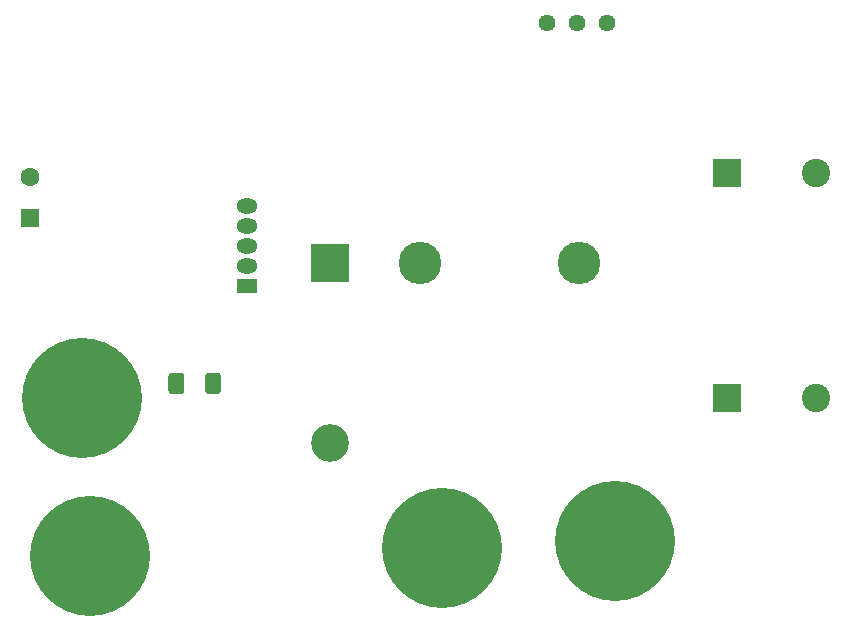
<source format=gbr>
%TF.GenerationSoftware,KiCad,Pcbnew,5.1.9*%
%TF.CreationDate,2021-02-16T23:46:53-03:00*%
%TF.ProjectId,positiva,706f7369-7469-4766-912e-6b696361645f,rev?*%
%TF.SameCoordinates,Original*%
%TF.FileFunction,Soldermask,Top*%
%TF.FilePolarity,Negative*%
%FSLAX46Y46*%
G04 Gerber Fmt 4.6, Leading zero omitted, Abs format (unit mm)*
G04 Created by KiCad (PCBNEW 5.1.9) date 2021-02-16 23:46:53*
%MOMM*%
%LPD*%
G01*
G04 APERTURE LIST*
%ADD10C,1.440000*%
%ADD11C,1.600000*%
%ADD12R,1.600000X1.600000*%
%ADD13O,1.800000X1.275000*%
%ADD14R,1.800000X1.275000*%
%ADD15C,3.600000*%
%ADD16C,10.160000*%
%ADD17O,3.200000X3.200000*%
%ADD18R,3.200000X3.200000*%
%ADD19C,2.400000*%
%ADD20R,2.400000X2.400000*%
G04 APERTURE END LIST*
%TO.C,C2*%
G36*
G01*
X135520000Y-139715001D02*
X135520000Y-138414999D01*
G75*
G02*
X135769999Y-138165000I249999J0D01*
G01*
X136595001Y-138165000D01*
G75*
G02*
X136845000Y-138414999I0J-249999D01*
G01*
X136845000Y-139715001D01*
G75*
G02*
X136595001Y-139965000I-249999J0D01*
G01*
X135769999Y-139965000D01*
G75*
G02*
X135520000Y-139715001I0J249999D01*
G01*
G37*
G36*
G01*
X132395000Y-139715001D02*
X132395000Y-138414999D01*
G75*
G02*
X132644999Y-138165000I249999J0D01*
G01*
X133470001Y-138165000D01*
G75*
G02*
X133720000Y-138414999I0J-249999D01*
G01*
X133720000Y-139715001D01*
G75*
G02*
X133470001Y-139965000I-249999J0D01*
G01*
X132644999Y-139965000D01*
G75*
G02*
X132395000Y-139715001I0J249999D01*
G01*
G37*
%TD*%
D10*
%TO.C,RV1*%
X169545000Y-108585000D03*
X167005000Y-108585000D03*
X164465000Y-108585000D03*
%TD*%
D11*
%TO.C,C1*%
X120650000Y-121595000D03*
D12*
X120650000Y-125095000D03*
%TD*%
D13*
%TO.C,U1*%
X139065000Y-124010000D03*
X139065000Y-125710000D03*
X139065000Y-127410000D03*
X139065000Y-129110000D03*
D14*
X139065000Y-130810000D03*
%TD*%
D15*
%TO.C,L1*%
X167170000Y-128905000D03*
X153670000Y-128905000D03*
%TD*%
D16*
%TO.C,J4*%
X155575000Y-153035000D03*
%TD*%
%TO.C,J3*%
X170180000Y-152400000D03*
%TD*%
%TO.C,J2*%
X125730000Y-153670000D03*
%TD*%
%TO.C,J1*%
X125095000Y-140335000D03*
%TD*%
D17*
%TO.C,D1*%
X146050000Y-144145000D03*
D18*
X146050000Y-128905000D03*
%TD*%
D19*
%TO.C,C4*%
X187205000Y-140335000D03*
D20*
X179705000Y-140335000D03*
%TD*%
D19*
%TO.C,C3*%
X187205000Y-121285000D03*
D20*
X179705000Y-121285000D03*
%TD*%
M02*

</source>
